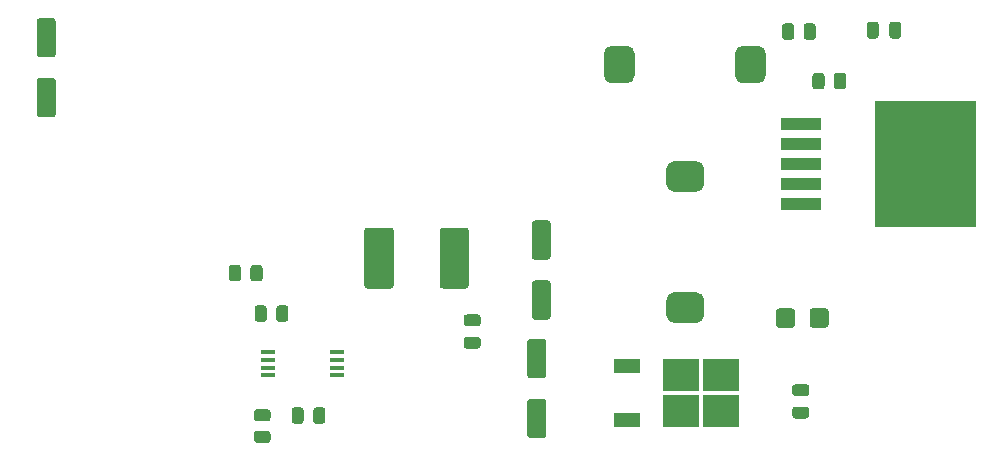
<source format=gbr>
%TF.GenerationSoftware,KiCad,Pcbnew,(5.1.10)-1*%
%TF.CreationDate,2021-08-31T13:48:21-07:00*%
%TF.ProjectId,Power Supply,506f7765-7220-4537-9570-706c792e6b69,rev?*%
%TF.SameCoordinates,Original*%
%TF.FileFunction,Paste,Top*%
%TF.FilePolarity,Positive*%
%FSLAX46Y46*%
G04 Gerber Fmt 4.6, Leading zero omitted, Abs format (unit mm)*
G04 Created by KiCad (PCBNEW (5.1.10)-1) date 2021-08-31 13:48:21*
%MOMM*%
%LPD*%
G01*
G04 APERTURE LIST*
%ADD10C,0.010000*%
%ADD11R,1.200000X0.350000*%
%ADD12R,3.050000X2.750000*%
%ADD13R,2.200000X1.200000*%
G04 APERTURE END LIST*
D10*
%TO.C,U1*%
G36*
X243782000Y-51337000D02*
G01*
X247082000Y-51337000D01*
X247082000Y-52237000D01*
X243782000Y-52237000D01*
X243782000Y-51337000D01*
G37*
X243782000Y-51337000D02*
X247082000Y-51337000D01*
X247082000Y-52237000D01*
X243782000Y-52237000D01*
X243782000Y-51337000D01*
G36*
X243782000Y-49637000D02*
G01*
X247082000Y-49637000D01*
X247082000Y-50537000D01*
X243782000Y-50537000D01*
X243782000Y-49637000D01*
G37*
X243782000Y-49637000D02*
X247082000Y-49637000D01*
X247082000Y-50537000D01*
X243782000Y-50537000D01*
X243782000Y-49637000D01*
G36*
X243782000Y-44537000D02*
G01*
X247082000Y-44537000D01*
X247082000Y-45437000D01*
X243782000Y-45437000D01*
X243782000Y-44537000D01*
G37*
X243782000Y-44537000D02*
X247082000Y-44537000D01*
X247082000Y-45437000D01*
X243782000Y-45437000D01*
X243782000Y-44537000D01*
G36*
X243782000Y-46237000D02*
G01*
X247082000Y-46237000D01*
X247082000Y-47137000D01*
X243782000Y-47137000D01*
X243782000Y-46237000D01*
G37*
X243782000Y-46237000D02*
X247082000Y-46237000D01*
X247082000Y-47137000D01*
X243782000Y-47137000D01*
X243782000Y-46237000D01*
G36*
X243782000Y-47937000D02*
G01*
X247082000Y-47937000D01*
X247082000Y-48837000D01*
X243782000Y-48837000D01*
X243782000Y-47937000D01*
G37*
X243782000Y-47937000D02*
X247082000Y-47937000D01*
X247082000Y-48837000D01*
X243782000Y-48837000D01*
X243782000Y-47937000D01*
G36*
X251782000Y-43087000D02*
G01*
X260282000Y-43087000D01*
X260282000Y-53687000D01*
X251782000Y-53687000D01*
X251782000Y-43087000D01*
G37*
X251782000Y-43087000D02*
X260282000Y-43087000D01*
X260282000Y-53687000D01*
X251782000Y-53687000D01*
X251782000Y-43087000D01*
%TD*%
D11*
%TO.C,U3*%
X200381680Y-64371580D03*
X200381680Y-65021581D03*
X200381680Y-65671581D03*
X200381680Y-66321581D03*
X206231680Y-66321581D03*
X206231680Y-65671581D03*
X206231680Y-65021581D03*
X206231680Y-64371580D03*
%TD*%
D12*
%TO.C,U2*%
X235375000Y-69343000D03*
X238725000Y-66293000D03*
X235375000Y-66293000D03*
X238725000Y-69343000D03*
D13*
X230750000Y-70098000D03*
X230750000Y-65538000D03*
%TD*%
%TO.C,R7*%
G36*
G01*
X204211500Y-70173001D02*
X204211500Y-69272999D01*
G75*
G02*
X204461499Y-69023000I249999J0D01*
G01*
X204986501Y-69023000D01*
G75*
G02*
X205236500Y-69272999I0J-249999D01*
G01*
X205236500Y-70173001D01*
G75*
G02*
X204986501Y-70423000I-249999J0D01*
G01*
X204461499Y-70423000D01*
G75*
G02*
X204211500Y-70173001I0J249999D01*
G01*
G37*
G36*
G01*
X202386500Y-70173001D02*
X202386500Y-69272999D01*
G75*
G02*
X202636499Y-69023000I249999J0D01*
G01*
X203161501Y-69023000D01*
G75*
G02*
X203411500Y-69272999I0J-249999D01*
G01*
X203411500Y-70173001D01*
G75*
G02*
X203161501Y-70423000I-249999J0D01*
G01*
X202636499Y-70423000D01*
G75*
G02*
X202386500Y-70173001I0J249999D01*
G01*
G37*
%TD*%
%TO.C,R6*%
G36*
G01*
X200348001Y-70212000D02*
X199447999Y-70212000D01*
G75*
G02*
X199198000Y-69962001I0J249999D01*
G01*
X199198000Y-69436999D01*
G75*
G02*
X199447999Y-69187000I249999J0D01*
G01*
X200348001Y-69187000D01*
G75*
G02*
X200598000Y-69436999I0J-249999D01*
G01*
X200598000Y-69962001D01*
G75*
G02*
X200348001Y-70212000I-249999J0D01*
G01*
G37*
G36*
G01*
X200348001Y-72037000D02*
X199447999Y-72037000D01*
G75*
G02*
X199198000Y-71787001I0J249999D01*
G01*
X199198000Y-71261999D01*
G75*
G02*
X199447999Y-71012000I249999J0D01*
G01*
X200348001Y-71012000D01*
G75*
G02*
X200598000Y-71261999I0J-249999D01*
G01*
X200598000Y-71787001D01*
G75*
G02*
X200348001Y-72037000I-249999J0D01*
G01*
G37*
%TD*%
%TO.C,R4*%
G36*
G01*
X201083500Y-61537001D02*
X201083500Y-60636999D01*
G75*
G02*
X201333499Y-60387000I249999J0D01*
G01*
X201858501Y-60387000D01*
G75*
G02*
X202108500Y-60636999I0J-249999D01*
G01*
X202108500Y-61537001D01*
G75*
G02*
X201858501Y-61787000I-249999J0D01*
G01*
X201333499Y-61787000D01*
G75*
G02*
X201083500Y-61537001I0J249999D01*
G01*
G37*
G36*
G01*
X199258500Y-61537001D02*
X199258500Y-60636999D01*
G75*
G02*
X199508499Y-60387000I249999J0D01*
G01*
X200033501Y-60387000D01*
G75*
G02*
X200283500Y-60636999I0J-249999D01*
G01*
X200283500Y-61537001D01*
G75*
G02*
X200033501Y-61787000I-249999J0D01*
G01*
X199508499Y-61787000D01*
G75*
G02*
X199258500Y-61537001I0J249999D01*
G01*
G37*
%TD*%
%TO.C,R3*%
G36*
G01*
X198901000Y-58108001D02*
X198901000Y-57207999D01*
G75*
G02*
X199150999Y-56958000I249999J0D01*
G01*
X199676001Y-56958000D01*
G75*
G02*
X199926000Y-57207999I0J-249999D01*
G01*
X199926000Y-58108001D01*
G75*
G02*
X199676001Y-58358000I-249999J0D01*
G01*
X199150999Y-58358000D01*
G75*
G02*
X198901000Y-58108001I0J249999D01*
G01*
G37*
G36*
G01*
X197076000Y-58108001D02*
X197076000Y-57207999D01*
G75*
G02*
X197325999Y-56958000I249999J0D01*
G01*
X197851001Y-56958000D01*
G75*
G02*
X198101000Y-57207999I0J-249999D01*
G01*
X198101000Y-58108001D01*
G75*
G02*
X197851001Y-58358000I-249999J0D01*
G01*
X197325999Y-58358000D01*
G75*
G02*
X197076000Y-58108001I0J249999D01*
G01*
G37*
%TD*%
%TO.C,R2*%
G36*
G01*
X245740500Y-37661001D02*
X245740500Y-36760999D01*
G75*
G02*
X245990499Y-36511000I249999J0D01*
G01*
X246515501Y-36511000D01*
G75*
G02*
X246765500Y-36760999I0J-249999D01*
G01*
X246765500Y-37661001D01*
G75*
G02*
X246515501Y-37911000I-249999J0D01*
G01*
X245990499Y-37911000D01*
G75*
G02*
X245740500Y-37661001I0J249999D01*
G01*
G37*
G36*
G01*
X243915500Y-37661001D02*
X243915500Y-36760999D01*
G75*
G02*
X244165499Y-36511000I249999J0D01*
G01*
X244690501Y-36511000D01*
G75*
G02*
X244940500Y-36760999I0J-249999D01*
G01*
X244940500Y-37661001D01*
G75*
G02*
X244690501Y-37911000I-249999J0D01*
G01*
X244165499Y-37911000D01*
G75*
G02*
X243915500Y-37661001I0J249999D01*
G01*
G37*
%TD*%
%TO.C,R1*%
G36*
G01*
X247504000Y-40951999D02*
X247504000Y-41852001D01*
G75*
G02*
X247254001Y-42102000I-249999J0D01*
G01*
X246728999Y-42102000D01*
G75*
G02*
X246479000Y-41852001I0J249999D01*
G01*
X246479000Y-40951999D01*
G75*
G02*
X246728999Y-40702000I249999J0D01*
G01*
X247254001Y-40702000D01*
G75*
G02*
X247504000Y-40951999I0J-249999D01*
G01*
G37*
G36*
G01*
X249329000Y-40951999D02*
X249329000Y-41852001D01*
G75*
G02*
X249079001Y-42102000I-249999J0D01*
G01*
X248553999Y-42102000D01*
G75*
G02*
X248304000Y-41852001I0J249999D01*
G01*
X248304000Y-40951999D01*
G75*
G02*
X248553999Y-40702000I249999J0D01*
G01*
X249079001Y-40702000D01*
G75*
G02*
X249329000Y-40951999I0J-249999D01*
G01*
G37*
%TD*%
%TO.C,L2*%
G36*
G01*
X231424000Y-39055000D02*
X231424000Y-40955000D01*
G75*
G02*
X230774000Y-41605000I-650000J0D01*
G01*
X229474000Y-41605000D01*
G75*
G02*
X228824000Y-40955000I0J650000D01*
G01*
X228824000Y-39055000D01*
G75*
G02*
X229474000Y-38405000I650000J0D01*
G01*
X230774000Y-38405000D01*
G75*
G02*
X231424000Y-39055000I0J-650000D01*
G01*
G37*
G36*
G01*
X242524000Y-39055000D02*
X242524000Y-40955000D01*
G75*
G02*
X241874000Y-41605000I-650000J0D01*
G01*
X240574000Y-41605000D01*
G75*
G02*
X239924000Y-40955000I0J650000D01*
G01*
X239924000Y-39055000D01*
G75*
G02*
X240574000Y-38405000I650000J0D01*
G01*
X241874000Y-38405000D01*
G75*
G02*
X242524000Y-39055000I0J-650000D01*
G01*
G37*
%TD*%
%TO.C,L1*%
G36*
G01*
X236662000Y-50779000D02*
X234762000Y-50779000D01*
G75*
G02*
X234112000Y-50129000I0J650000D01*
G01*
X234112000Y-48829000D01*
G75*
G02*
X234762000Y-48179000I650000J0D01*
G01*
X236662000Y-48179000D01*
G75*
G02*
X237312000Y-48829000I0J-650000D01*
G01*
X237312000Y-50129000D01*
G75*
G02*
X236662000Y-50779000I-650000J0D01*
G01*
G37*
G36*
G01*
X236662000Y-61879000D02*
X234762000Y-61879000D01*
G75*
G02*
X234112000Y-61229000I0J650000D01*
G01*
X234112000Y-59929000D01*
G75*
G02*
X234762000Y-59279000I650000J0D01*
G01*
X236662000Y-59279000D01*
G75*
G02*
X237312000Y-59929000I0J-650000D01*
G01*
X237312000Y-61229000D01*
G75*
G02*
X236662000Y-61879000I-650000J0D01*
G01*
G37*
%TD*%
%TO.C,F1*%
G36*
G01*
X246243000Y-62043000D02*
X246243000Y-60893000D01*
G75*
G02*
X246493000Y-60643000I250000J0D01*
G01*
X247593000Y-60643000D01*
G75*
G02*
X247843000Y-60893000I0J-250000D01*
G01*
X247843000Y-62043000D01*
G75*
G02*
X247593000Y-62293000I-250000J0D01*
G01*
X246493000Y-62293000D01*
G75*
G02*
X246243000Y-62043000I0J250000D01*
G01*
G37*
G36*
G01*
X243393000Y-62043000D02*
X243393000Y-60893000D01*
G75*
G02*
X243643000Y-60643000I250000J0D01*
G01*
X244743000Y-60643000D01*
G75*
G02*
X244993000Y-60893000I0J-250000D01*
G01*
X244993000Y-62043000D01*
G75*
G02*
X244743000Y-62293000I-250000J0D01*
G01*
X243643000Y-62293000D01*
G75*
G02*
X243393000Y-62043000I0J250000D01*
G01*
G37*
%TD*%
%TO.C,D1*%
G36*
G01*
X214916500Y-58713001D02*
X214916500Y-54062999D01*
G75*
G02*
X215166499Y-53813000I249999J0D01*
G01*
X217141501Y-53813000D01*
G75*
G02*
X217391500Y-54062999I0J-249999D01*
G01*
X217391500Y-58713001D01*
G75*
G02*
X217141501Y-58963000I-249999J0D01*
G01*
X215166499Y-58963000D01*
G75*
G02*
X214916500Y-58713001I0J249999D01*
G01*
G37*
G36*
G01*
X208541500Y-58713001D02*
X208541500Y-54062999D01*
G75*
G02*
X208791499Y-53813000I249999J0D01*
G01*
X210766501Y-53813000D01*
G75*
G02*
X211016500Y-54062999I0J-249999D01*
G01*
X211016500Y-58713001D01*
G75*
G02*
X210766501Y-58963000I-249999J0D01*
G01*
X208791499Y-58963000D01*
G75*
G02*
X208541500Y-58713001I0J249999D01*
G01*
G37*
%TD*%
%TO.C,C6*%
G36*
G01*
X222589000Y-68309500D02*
X223689000Y-68309500D01*
G75*
G02*
X223939000Y-68559500I0J-250000D01*
G01*
X223939000Y-71384500D01*
G75*
G02*
X223689000Y-71634500I-250000J0D01*
G01*
X222589000Y-71634500D01*
G75*
G02*
X222339000Y-71384500I0J250000D01*
G01*
X222339000Y-68559500D01*
G75*
G02*
X222589000Y-68309500I250000J0D01*
G01*
G37*
G36*
G01*
X222589000Y-63234500D02*
X223689000Y-63234500D01*
G75*
G02*
X223939000Y-63484500I0J-250000D01*
G01*
X223939000Y-66309500D01*
G75*
G02*
X223689000Y-66559500I-250000J0D01*
G01*
X222589000Y-66559500D01*
G75*
G02*
X222339000Y-66309500I0J250000D01*
G01*
X222339000Y-63484500D01*
G75*
G02*
X222589000Y-63234500I250000J0D01*
G01*
G37*
%TD*%
%TO.C,C5*%
G36*
G01*
X218153000Y-62161000D02*
X217203000Y-62161000D01*
G75*
G02*
X216953000Y-61911000I0J250000D01*
G01*
X216953000Y-61411000D01*
G75*
G02*
X217203000Y-61161000I250000J0D01*
G01*
X218153000Y-61161000D01*
G75*
G02*
X218403000Y-61411000I0J-250000D01*
G01*
X218403000Y-61911000D01*
G75*
G02*
X218153000Y-62161000I-250000J0D01*
G01*
G37*
G36*
G01*
X218153000Y-64061000D02*
X217203000Y-64061000D01*
G75*
G02*
X216953000Y-63811000I0J250000D01*
G01*
X216953000Y-63311000D01*
G75*
G02*
X217203000Y-63061000I250000J0D01*
G01*
X218153000Y-63061000D01*
G75*
G02*
X218403000Y-63311000I0J-250000D01*
G01*
X218403000Y-63811000D01*
G75*
G02*
X218153000Y-64061000I-250000J0D01*
G01*
G37*
%TD*%
%TO.C,C4*%
G36*
G01*
X182160000Y-39386500D02*
X181060000Y-39386500D01*
G75*
G02*
X180810000Y-39136500I0J250000D01*
G01*
X180810000Y-36311500D01*
G75*
G02*
X181060000Y-36061500I250000J0D01*
G01*
X182160000Y-36061500D01*
G75*
G02*
X182410000Y-36311500I0J-250000D01*
G01*
X182410000Y-39136500D01*
G75*
G02*
X182160000Y-39386500I-250000J0D01*
G01*
G37*
G36*
G01*
X182160000Y-44461500D02*
X181060000Y-44461500D01*
G75*
G02*
X180810000Y-44211500I0J250000D01*
G01*
X180810000Y-41386500D01*
G75*
G02*
X181060000Y-41136500I250000J0D01*
G01*
X182160000Y-41136500D01*
G75*
G02*
X182410000Y-41386500I0J-250000D01*
G01*
X182410000Y-44211500D01*
G75*
G02*
X182160000Y-44461500I-250000J0D01*
G01*
G37*
%TD*%
%TO.C,C3*%
G36*
G01*
X252092000Y-36609000D02*
X252092000Y-37559000D01*
G75*
G02*
X251842000Y-37809000I-250000J0D01*
G01*
X251342000Y-37809000D01*
G75*
G02*
X251092000Y-37559000I0J250000D01*
G01*
X251092000Y-36609000D01*
G75*
G02*
X251342000Y-36359000I250000J0D01*
G01*
X251842000Y-36359000D01*
G75*
G02*
X252092000Y-36609000I0J-250000D01*
G01*
G37*
G36*
G01*
X253992000Y-36609000D02*
X253992000Y-37559000D01*
G75*
G02*
X253742000Y-37809000I-250000J0D01*
G01*
X253242000Y-37809000D01*
G75*
G02*
X252992000Y-37559000I0J250000D01*
G01*
X252992000Y-36609000D01*
G75*
G02*
X253242000Y-36359000I250000J0D01*
G01*
X253742000Y-36359000D01*
G75*
G02*
X253992000Y-36609000I0J-250000D01*
G01*
G37*
%TD*%
%TO.C,C2*%
G36*
G01*
X222970000Y-58279000D02*
X224070000Y-58279000D01*
G75*
G02*
X224320000Y-58529000I0J-250000D01*
G01*
X224320000Y-61354000D01*
G75*
G02*
X224070000Y-61604000I-250000J0D01*
G01*
X222970000Y-61604000D01*
G75*
G02*
X222720000Y-61354000I0J250000D01*
G01*
X222720000Y-58529000D01*
G75*
G02*
X222970000Y-58279000I250000J0D01*
G01*
G37*
G36*
G01*
X222970000Y-53204000D02*
X224070000Y-53204000D01*
G75*
G02*
X224320000Y-53454000I0J-250000D01*
G01*
X224320000Y-56279000D01*
G75*
G02*
X224070000Y-56529000I-250000J0D01*
G01*
X222970000Y-56529000D01*
G75*
G02*
X222720000Y-56279000I0J250000D01*
G01*
X222720000Y-53454000D01*
G75*
G02*
X222970000Y-53204000I250000J0D01*
G01*
G37*
%TD*%
%TO.C,C1*%
G36*
G01*
X245966000Y-68069000D02*
X245016000Y-68069000D01*
G75*
G02*
X244766000Y-67819000I0J250000D01*
G01*
X244766000Y-67319000D01*
G75*
G02*
X245016000Y-67069000I250000J0D01*
G01*
X245966000Y-67069000D01*
G75*
G02*
X246216000Y-67319000I0J-250000D01*
G01*
X246216000Y-67819000D01*
G75*
G02*
X245966000Y-68069000I-250000J0D01*
G01*
G37*
G36*
G01*
X245966000Y-69969000D02*
X245016000Y-69969000D01*
G75*
G02*
X244766000Y-69719000I0J250000D01*
G01*
X244766000Y-69219000D01*
G75*
G02*
X245016000Y-68969000I250000J0D01*
G01*
X245966000Y-68969000D01*
G75*
G02*
X246216000Y-69219000I0J-250000D01*
G01*
X246216000Y-69719000D01*
G75*
G02*
X245966000Y-69969000I-250000J0D01*
G01*
G37*
%TD*%
M02*

</source>
